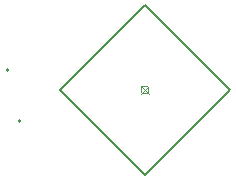
<source format=gbr>
%TF.GenerationSoftware,Altium Limited,Altium Designer,20.0.13 (296)*%
G04 Layer_Color=32768*
%FSLAX25Y25*%
%MOIN*%
%TF.FileFunction,Other,Mechanical_15*%
%TF.Part,Single*%
G01*
G75*
%TA.AperFunction,NonConductor*%
%ADD108C,0.00591*%
%ADD132C,0.00591*%
%ADD135C,0.00197*%
D108*
X18919Y92103D02*
G03*
X18919Y92103I-295J0D01*
G01*
X22919Y75105D02*
G03*
X22919Y75105I-295J0D01*
G01*
D132*
X36216Y85500D02*
X64500Y113784D01*
Y57216D02*
X92784Y85500D01*
X64500Y113784D02*
X92784Y85500D01*
X36216D02*
X64500Y57216D01*
D135*
X65878Y85500D02*
G03*
X65878Y85500I-1378J0D01*
G01*
X63108Y86892D02*
X65892Y84108D01*
X63108D02*
X65892Y86892D01*
%TF.MD5,e0eb49692020a79fad6892053e822748*%
M02*

</source>
